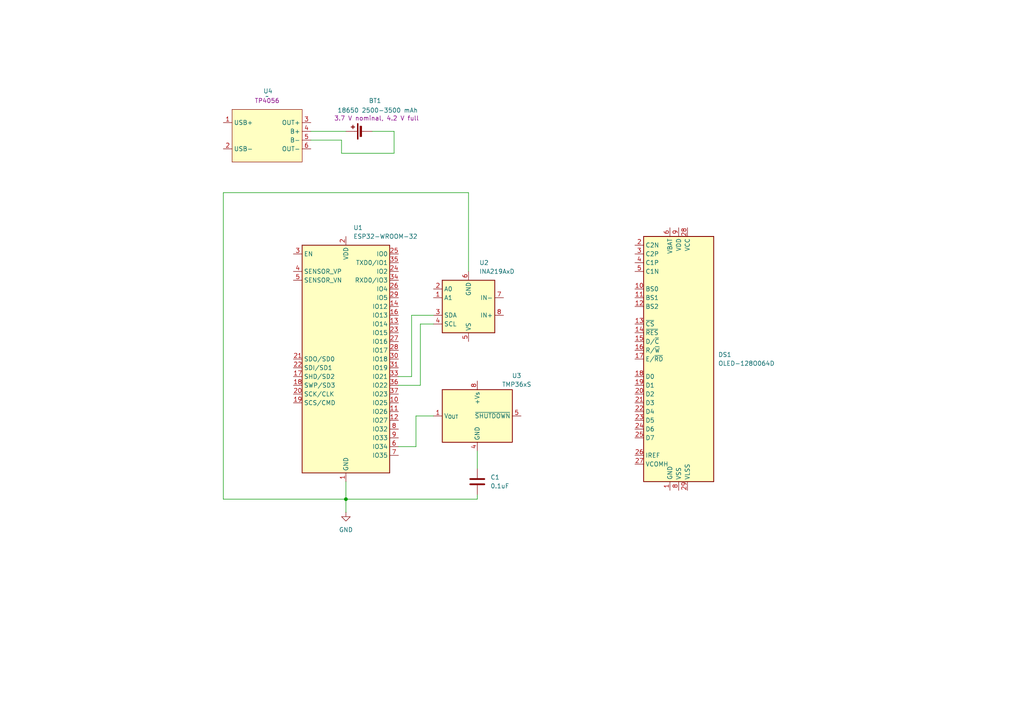
<source format=kicad_sch>
(kicad_sch (version 20250114) (generator "eeschema") (generator_version "9.0")
  (paper "A4")
  (lib_symbols
    (symbol "Device:Battery_Cell" (pin_numbers (hide yes)) (pin_names (offset 0) (hide yes))
      (property "Reference" "BT" (at 2.54 2.54 0))
      (property "Value" "Battery_Cell" (at 2.54 0 0))
      (symbol "Battery_Cell_0_1"
        (rectangle (start -2.286 1.778) (end 2.286 1.524) (fill (type outline)))
        (rectangle (start -1.524 1.016) (end 1.524 0.508) (fill (type outline)))
        (polyline (pts (xy 0 1.778) (xy 0 2.54)))
        (polyline (pts (xy 0 0.762) (xy 0 0)))
        (polyline (pts (xy 0.762 3.048) (xy 1.778 3.048)) (stroke (width 0.254)))
        (polyline (pts (xy 1.27 3.556) (xy 1.27 2.54)) (stroke (width 0.254)))
      )
      (symbol "Battery_Cell_1_1"
        (pin passive line (at 0 5.08 270) (length 2.54) (name "+") (number "1"))
        (pin passive line (at 0 -2.54 90) (length 2.54) (name "-") (number "2"))
      )
    )
    (symbol "Device:C" (pin_numbers (hide yes)) (pin_names (offset 0.254))
      (property "Reference" "C" (at 0.635 2.54 0))
      (property "Value" "C" (at 0.635 -2.54 0))
      (symbol "C_0_1"
        (polyline (pts (xy -2.032 0.762) (xy 2.032 0.762)) (stroke (width 0.508)))
        (polyline (pts (xy -2.032 -0.762) (xy 2.032 -0.762)) (stroke (width 0.508)))
      )
      (symbol "C_1_1"
        (pin passive line (at 0 3.81 270) (length 2.794) (name "~") (number "1"))
        (pin passive line (at 0 -3.81 90) (length 2.794) (name "~") (number "2"))
      )
    )
    (symbol "Display_Graphic:OLED-128O064D"
      (property "Reference" "DS" (at -10.16 38.1 0))
      (property "Value" "OLED-128O064D" (at 12.7 38.1 0))
      (symbol "OLED-128O064D_0_1"
        (rectangle (start -10.16 35.56) (end 10.16 -35.56) (stroke (width 0.254)) (fill (type background)))
      )
      (symbol "OLED-128O064D_1_1"
        (pin passive line (at -12.7 33.02 0) (length 2.54) (name "C2N") (number "2"))
        (pin passive line (at -12.7 30.48 0) (length 2.54) (name "C2P") (number "3"))
        (pin passive line (at -12.7 27.94 0) (length 2.54) (name "C1P") (number "4"))
        (pin passive line (at -12.7 25.4 0) (length 2.54) (name "C1N") (number "5"))
        (pin input line (at -12.7 20.32 0) (length 2.54) (name "BS0") (number "10"))
        (pin input line (at -12.7 17.78 0) (length 2.54) (name "BS1") (number "11"))
        (pin input line (at -12.7 15.24 0) (length 2.54) (name "BS2") (number "12"))
        (pin input line (at -12.7 10.16 0) (length 2.54) (name "~{CS}") (number "13"))
        (pin input line (at -12.7 7.62 0) (length 2.54) (name "~{RES}") (number "14"))
        (pin input line (at -12.7 5.08 0) (length 2.54) (name "D/~{C}") (number "15"))
        (pin input line (at -12.7 2.54 0) (length 2.54) (name "R/~{W}") (number "16"))
        (pin input line (at -12.7 0 0) (length 2.54) (name "E/~{RD}") (number "17"))
        (pin bidirectional line (at -12.7 -5.08 0) (length 2.54) (name "D0") (number "18"))
        (pin bidirectional line (at -12.7 -7.62 0) (length 2.54) (name "D1") (number "19"))
        (pin bidirectional line (at -12.7 -10.16 0) (length 2.54) (name "D2") (number "20"))
        (pin bidirectional line (at -12.7 -12.7 0) (length 2.54) (name "D3") (number "21"))
        (pin bidirectional line (at -12.7 -15.24 0) (length 2.54) (name "D4") (number "22"))
        (pin bidirectional line (at -12.7 -17.78 0) (length 2.54) (name "D5") (number "23"))
        (pin bidirectional line (at -12.7 -20.32 0) (length 2.54) (name "D6") (number "24"))
        (pin bidirectional line (at -12.7 -22.86 0) (length 2.54) (name "D7") (number "25"))
        (pin passive line (at -12.7 -27.94 0) (length 2.54) (name "IREF") (number "26"))
        (pin passive line (at -12.7 -30.48 0) (length 2.54) (name "VCOMH") (number "27"))
        (pin power_in line (at -2.54 38.1 270) (length 2.54) (name "VBAT") (number "6"))
        (pin power_in line (at -2.54 -38.1 90) (length 2.54) (name "GND") (number "1"))
        (pin passive line (at -2.54 -38.1 90) (length 2.54) (hide yes) (name "GND") (number "30"))
        (pin power_in line (at 0 38.1 270) (length 2.54) (name "VDD") (number "9"))
        (pin power_in line (at 0 -38.1 90) (length 2.54) (name "VSS") (number "8"))
        (pin power_in line (at 2.54 38.1 270) (length 2.54) (name "VCC") (number "28"))
        (pin power_in line (at 2.54 -38.1 90) (length 2.54) (name "VLSS") (number "29"))
        (pin no_connect line (at 10.16 0 180) (length 2.54) (hide yes) (name "NC") (number "7"))
      )
    )
    (symbol "RF_Module:ESP32-WROOM-32"
      (property "Reference" "U" (at -12.7 34.29 0))
      (property "Value" "ESP32-WROOM-32" (at 1.27 34.29 0))
      (symbol "ESP32-WROOM-32_0_1"
        (rectangle (start -12.7 33.02) (end 12.7 -33.02) (stroke (width 0.254)) (fill (type background)))
      )
      (symbol "ESP32-WROOM-32_1_1"
        (pin input line (at -15.24 30.48 0) (length 2.54) (name "EN") (number "3"))
        (pin input line (at -15.24 25.4 0) (length 2.54) (name "SENSOR_VP") (number "4"))
        (pin input line (at -15.24 22.86 0) (length 2.54) (name "SENSOR_VN") (number "5"))
        (pin bidirectional line (at -15.24 0 0) (length 2.54) (name "SDO/SD0") (number "21"))
        (pin bidirectional line (at -15.24 -2.54 0) (length 2.54) (name "SDI/SD1") (number "22"))
        (pin bidirectional line (at -15.24 -5.08 0) (length 2.54) (name "SHD/SD2") (number "17"))
        (pin bidirectional line (at -15.24 -7.62 0) (length 2.54) (name "SWP/SD3") (number "18"))
        (pin bidirectional line (at -15.24 -10.16 0) (length 2.54) (name "SCK/CLK") (number "20"))
        (pin bidirectional line (at -15.24 -12.7 0) (length 2.54) (name "SCS/CMD") (number "19"))
        (pin no_connect line (at -12.7 -27.94 0) (length 2.54) (hide yes) (name "NC") (number "32"))
        (pin power_in line (at 0 35.56 270) (length 2.54) (name "VDD") (number "2"))
        (pin power_in line (at 0 -35.56 90) (length 2.54) (name "GND") (number "1"))
        (pin passive line (at 0 -35.56 90) (length 2.54) (hide yes) (name "GND") (number "15"))
        (pin passive line (at 0 -35.56 90) (length 2.54) (hide yes) (name "GND") (number "38"))
        (pin passive line (at 0 -35.56 90) (length 2.54) (hide yes) (name "GND") (number "39"))
        (pin bidirectional line (at 15.24 30.48 180) (length 2.54) (name "IO0") (number "25"))
        (pin bidirectional line (at 15.24 27.94 180) (length 2.54) (name "TXD0/IO1") (number "35"))
        (pin bidirectional line (at 15.24 25.4 180) (length 2.54) (name "IO2") (number "24"))
        (pin bidirectional line (at 15.24 22.86 180) (length 2.54) (name "RXD0/IO3") (number "34"))
        (pin bidirectional line (at 15.24 20.32 180) (length 2.54) (name "IO4") (number "26"))
        (pin bidirectional line (at 15.24 17.78 180) (length 2.54) (name "IO5") (number "29"))
        (pin bidirectional line (at 15.24 15.24 180) (length 2.54) (name "IO12") (number "14"))
        (pin bidirectional line (at 15.24 12.7 180) (length 2.54) (name "IO13") (number "16"))
        (pin bidirectional line (at 15.24 10.16 180) (length 2.54) (name "IO14") (number "13"))
        (pin bidirectional line (at 15.24 7.62 180) (length 2.54) (name "IO15") (number "23"))
        (pin bidirectional line (at 15.24 5.08 180) (length 2.54) (name "IO16") (number "27"))
        (pin bidirectional line (at 15.24 2.54 180) (length 2.54) (name "IO17") (number "28"))
        (pin bidirectional line (at 15.24 0 180) (length 2.54) (name "IO18") (number "30"))
        (pin bidirectional line (at 15.24 -2.54 180) (length 2.54) (name "IO19") (number "31"))
        (pin bidirectional line (at 15.24 -5.08 180) (length 2.54) (name "IO21") (number "33"))
        (pin bidirectional line (at 15.24 -7.62 180) (length 2.54) (name "IO22") (number "36"))
        (pin bidirectional line (at 15.24 -10.16 180) (length 2.54) (name "IO23") (number "37"))
        (pin bidirectional line (at 15.24 -12.7 180) (length 2.54) (name "IO25") (number "10"))
        (pin bidirectional line (at 15.24 -15.24 180) (length 2.54) (name "IO26") (number "11"))
        (pin bidirectional line (at 15.24 -17.78 180) (length 2.54) (name "IO27") (number "12"))
        (pin bidirectional line (at 15.24 -20.32 180) (length 2.54) (name "IO32") (number "8"))
        (pin bidirectional line (at 15.24 -22.86 180) (length 2.54) (name "IO33") (number "9"))
        (pin input line (at 15.24 -25.4 180) (length 2.54) (name "IO34") (number "6"))
        (pin input line (at 15.24 -27.94 180) (length 2.54) (name "IO35") (number "7"))
      )
    )
    (symbol "Sensor_Energy:INA219AxD"
      (property "Reference" "U2" (at -3.1181 -12.7 0))
      (property "Value" "INA219AxD" (at -3.1181 -10.16 0))
      (symbol "INA219AxD_0_1"
        (rectangle (start -7.62 7.62) (end 7.62 -7.62) (stroke (width 0.254)) (fill (type background)))
      )
      (symbol "INA219AxD_1_1"
        (pin input line (at -10.16 2.54 0) (length 2.54) (name "IN+") (number "8"))
        (pin input line (at -10.16 -2.54 0) (length 2.54) (name "IN-") (number "7"))
        (pin power_in line (at 0 10.16 270) (length 2.54) (name "VS") (number "5"))
        (pin power_in line (at 0 -10.16 90) (length 2.54) (name "GND") (number "6"))
        (pin input line (at 10.16 5.08 180) (length 2.54) (name "SCL") (number "4"))
        (pin bidirectional line (at 10.16 2.54 180) (length 2.54) (name "SDA") (number "3"))
        (pin input line (at 10.16 -2.54 180) (length 2.54) (name "A1") (number "1"))
        (pin input line (at 10.16 -5.08 180) (length 2.54) (name "A0") (number "2"))
      )
    )
    (symbol "Sensor_Temperature:TMP36xS"
      (property "Reference" "U3" (at 11.43 11.684 0))
      (property "Value" "TMP36xS" (at 11.43 9.144 0))
      (symbol "TMP36xS_0_1"
        (rectangle (start -10.16 7.62) (end 10.16 -7.62) (stroke (width 0.254)) (fill (type background)))
      )
      (symbol "TMP36xS_1_1"
        (pin output line (at -12.7 0 0) (length 2.54) (name "V_{OUT}") (number "1"))
        (pin power_in line (at 0 10.16 270) (length 2.54) (name "+Vs") (number "8"))
        (pin power_in line (at 0 -10.16 90) (length 2.54) (name "GND") (number "4"))
        (pin input line (at 12.7 0 180) (length 2.54) (name "~{SHUTDOWN}") (number "5"))
      )
    )
    (symbol "power:GND" (power) (pin_numbers (hide yes)) (pin_names (offset 0) (hide yes))
      (property "Value" "GND" (at 0 -3.81 0))
      (symbol "GND_0_1"
        (polyline (pts (xy 0 0) (xy 0 -1.27) (xy 1.27 -1.27) (xy 0 -2.54) (xy -1.27 -1.27) (xy 0 -1.27)))
      )
      (symbol "GND_1_1"
        (pin power_in line (at 0 0 270) (length 0) (name "~") (number "1"))
      )
    )
    (symbol "tp4056:TP4056"
      (property "Reference" "U4" (at -1.016 12.954 0))
      (property "Value" "~" (at -1.27 11.43 0))
      (property "Description" "TP4056" (at -1.27 10.16 0))
      (symbol "TP4056_1_1"
        (rectangle (start -11.43 7.62) (end 8.89 -7.62) (fill (type background)))
        (pin input line (at -13.97 3.81 0) (length 2.54) (name "USB+") (number "1"))
        (pin input line (at -13.97 -3.81 0) (length 2.54) (name "USB-") (number "2"))
        (pin output line (at 11.43 3.81 180) (length 2.54) (name "OUT+") (number "3"))
        (pin input line (at 11.43 1.27 180) (length 2.54) (name "B+") (number "4"))
        (pin input line (at 11.43 -1.27 180) (length 2.54) (name "B-") (number "5"))
        (pin output line (at 11.43 -3.81 180) (length 2.54) (name "OUT-") (number "6"))
      )
    )
  )
  (junction (at 100.33 144.78))
  (wire (pts (xy 114.3 44.45) (xy 99.06 44.45)))
  (wire (pts (xy 138.43 143.51) (xy 138.43 144.78)))
  (wire (pts (xy 119.38 91.44) (xy 119.38 109.22)))
  (wire (pts (xy 64.77 144.78) (xy 64.77 55.88)))
  (wire (pts (xy 138.43 130.81) (xy 138.43 135.89)))
  (wire (pts (xy 120.65 120.65) (xy 125.73 120.65)))
  (wire (pts (xy 135.89 55.88) (xy 135.89 78.74)))
  (wire (pts (xy 114.3 38.1) (xy 114.3 44.45)))
  (wire (pts (xy 90.17 38.1) (xy 100.33 38.1)))
  (wire (pts (xy 121.92 111.76) (xy 115.57 111.76)))
  (wire (pts (xy 121.92 93.98) (xy 125.73 93.98)))
  (wire (pts (xy 119.38 91.44) (xy 125.73 91.44)))
  (wire (pts (xy 100.33 144.78) (xy 64.77 144.78)))
  (wire (pts (xy 64.77 55.88) (xy 135.89 55.88)))
  (wire (pts (xy 100.33 139.7) (xy 100.33 144.78)))
  (wire (pts (xy 99.06 44.45) (xy 99.06 40.64)))
  (wire (pts (xy 100.33 144.78) (xy 100.33 148.59)))
  (wire (pts (xy 120.65 129.54) (xy 120.65 120.65)))
  (wire (pts (xy 114.3 38.1) (xy 107.95 38.1)))
  (wire (pts (xy 121.92 111.76) (xy 121.92 93.98)))
  (wire (pts (xy 119.38 109.22) (xy 115.57 109.22)))
  (wire (pts (xy 115.57 129.54) (xy 120.65 129.54)))
  (wire (pts (xy 138.43 144.78) (xy 100.33 144.78)))
  (wire (pts (xy 99.06 40.64) (xy 90.17 40.64)))
  (symbol (lib_id "Sensor_Temperature:TMP36xS") (at 138.43 120.65 0) (unit 1)
    (property "Reference" "U3" (at 149.86 108.966 0))
    (property "Value" "TMP36xS" (at 149.86 111.506 0))
    (property "Footprint" "Package_SO:SOIC-8_3.9x4.9mm_P1.27mm" (effects (hide yes)))
    (property "Datasheet" "https://www.analog.com/media/en/technical-documentation/data-sheets/TMP35_36_37.pdf" (effects (hide yes)))
    (property "Description" "Low Voltage Temperature Sensor, SOIC-8" (effects (hide yes)))
  )
  (symbol (lib_id "power:GND") (at 100.33 148.59 0) (unit 1)
    (property "Reference" "#PWR01" (effects (hide yes)))
    (property "Value" "GND" (at 100.33 153.67 0))
    (property "Description" "Power symbol creates a global label with name \"GND\" , ground" (effects (hide yes)))
  )
  (symbol (lib_id "Device:Battery_Cell") (at 105.41 38.1 90) (unit 1)
    (property "Reference" "BT1" (at 108.7755 29.21 90))
    (property "Value" "18650 2500-3500 mAh" (at 109.5375 32.004 90))
    (property "Description" "3.7 V nominal, 4.2 V full" (at 109.22 34.29 90))
  )
  (symbol (lib_id "Device:C") (at 138.43 139.7 0) (unit 1)
    (property "Reference" "C1" (at 142.24 138.4299 0) (effects (justify left)))
    (property "Value" "0.1uF" (at 142.24 140.9699 0) (effects (justify left)))
    (property "Description" "Unpolarized capacitor" (effects (hide yes)))
  )
  (symbol (lib_id "Sensor_Energy:INA219AxD") (at 135.89 88.9 180) (unit 1)
    (property "Reference" "U2" (at 139.0081 76.2 0) (effects (justify right)))
    (property "Value" "INA219AxD" (at 139.0081 78.74 0) (effects (justify right)))
    (property "Footprint" "Package_SO:SOIC-8_3.9x4.9mm_P1.27mm" (effects (hide yes)))
    (property "Datasheet" "http://www.ti.com/lit/ds/symlink/ina219.pdf" (effects (hide yes)))
    (property "Description" "Zero-Drift, Bidirectional Current/Power Monitor (0-26V) With I2C Interface, SOIC-8" (effects (hide yes)))
  )
  (symbol (lib_id "RF_Module:ESP32-WROOM-32") (at 100.33 104.14 0) (unit 1)
    (property "Reference" "U1" (at 102.4733 66.04 0) (effects (justify left)))
    (property "Value" "ESP32-WROOM-32" (at 102.4733 68.58 0) (effects (justify left)))
    (property "Footprint" "RF_Module:ESP32-WROOM-32" (effects (hide yes)))
    (property "Datasheet" "https://www.espressif.com/sites/default/files/documentation/esp32-wroom-32_datasheet_en.pdf" (effects (hide yes)))
    (property "Description" "RF Module, ESP32-D0WDQ6 SoC, Wi-Fi 802.11b/g/n, Bluetooth, BLE, 32-bit, 2.7-3.6V, onboard antenna, SMD" (effects (hide yes)))
  )
  (symbol (lib_id "Display_Graphic:OLED-128O064D") (at 196.85 104.14 0) (unit 1)
    (property "Reference" "DS1" (at 208.28 102.8699 0) (effects (justify left)))
    (property "Value" "OLED-128O064D" (at 208.28 105.4099 0) (effects (justify left)))
    (property "Footprint" "Display:OLED-128O064D" (effects (hide yes)))
    (property "Datasheet" "https://www.vishay.com/docs/37902/oled128o064dbpp3n00000.pdf" (effects (hide yes)))
    (property "Description" "OLED display 128x64" (effects (hide yes)))
  )
  (symbol (lib_id "tp4056:TP4056") (at 78.74 39.37 0) (unit 1)
    (property "Reference" "U4" (at 77.724 26.416 0))
    (property "Value" "~" (at 77.47 27.94 0))
    (property "Description" "TP4056" (at 77.47 29.21 0))
  )
)
</source>
